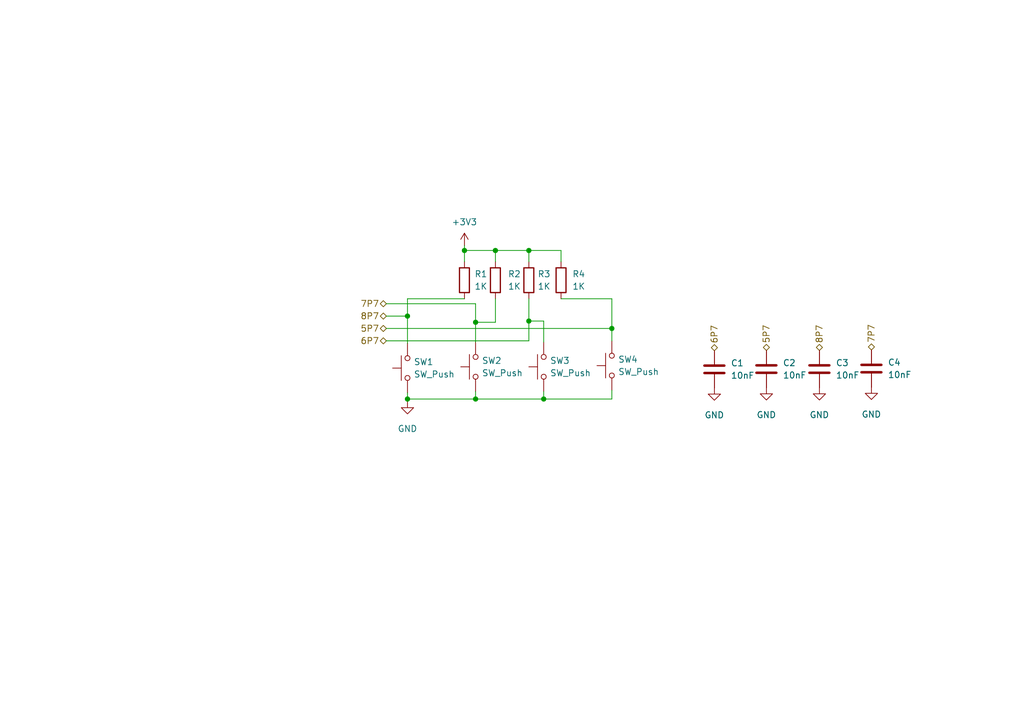
<source format=kicad_sch>
(kicad_sch (version 20230121) (generator eeschema)
  (paper "A5")
  (lib_symbols
    (symbol "Device:C" (pin_numbers hide) (pin_names (offset 0.254))
      (property "Reference" "C" (at 0.635 2.54 0))
      (property "Value" "C" (at 0.635 -2.54 0))
      (symbol "C_0_1"
        (polyline (pts (xy -2.032 -0.762) (xy 2.032 -0.762)) (stroke (width 0.508)))
        (polyline (pts (xy -2.032 0.762) (xy 2.032 0.762)) (stroke (width 0.508)))
      )
      (symbol "C_1_1"
        (pin passive line (at 0 3.81 270) (length 2.794) (name "~") (number "1"))
        (pin passive line (at 0 -3.81 90) (length 2.794) (name "~") (number "2"))
      )
    )
    (symbol "Device:R" (pin_numbers hide) (pin_names (offset 0))
      (property "Reference" "R" (at 2.032 0 90))
      (property "Value" "R" (at 0 0 90))
      (symbol "R_0_1"
        (rectangle (start -1.016 -2.54) (end 1.016 2.54) (stroke (width 0.254)))
      )
      (symbol "R_1_1"
        (pin passive line (at 0 3.81 270) (length 1.27) (name "~") (number "1"))
        (pin passive line (at 0 -3.81 90) (length 1.27) (name "~") (number "2"))
      )
    )
    (symbol "Switch:SW_Push" (pin_numbers hide) (pin_names (offset 1.016) hide)
      (property "Reference" "SW" (at 1.27 2.54 0))
      (property "Value" "SW_Push" (at 0 -1.524 0))
      (symbol "SW_Push_0_1"
        (circle (center -2.032 0) (radius 0.508))
        (polyline (pts (xy 0 1.27) (xy 0 3.048)))
        (polyline (pts (xy 2.54 1.27) (xy -2.54 1.27)))
        (circle (center 2.032 0) (radius 0.508))
        (pin passive line (at -5.08 0 0) (length 2.54) (name "1") (number "1"))
        (pin passive line (at 5.08 0 180) (length 2.54) (name "2") (number "2"))
      )
    )
    (symbol "power:+3V3" (power) (pin_names (offset 0))
      (property "Value" "+3V3" (at 0 3.556 0))
      (symbol "+3V3_0_1"
        (polyline (pts (xy -0.762 1.27) (xy 0 2.54)))
        (polyline (pts (xy 0 0) (xy 0 2.54)))
        (polyline (pts (xy 0 2.54) (xy 0.762 1.27)))
      )
      (symbol "+3V3_1_1"
        (pin power_in line (at 0 0 90) (length 0) hide (name "+3V3") (number "1"))
      )
    )
    (symbol "power:GND" (power) (pin_names (offset 0))
      (property "Value" "GND" (at 0 -3.81 0))
      (symbol "GND_0_1"
        (polyline (pts (xy 0 0) (xy 0 -1.27) (xy 1.27 -1.27) (xy 0 -2.54) (xy -1.27 -1.27) (xy 0 -1.27)))
      )
      (symbol "GND_1_1"
        (pin power_in line (at 0 0 270) (length 0) hide (name "GND") (number "1"))
      )
    )
  )
  (junction (at 83.566 64.8716))
  (junction (at 111.506 81.8896))
  (junction (at 95.25 51.4096))
  (junction (at 125.476 67.4116))
  (junction (at 83.566 81.8896))
  (junction (at 97.536 81.8896))
  (junction (at 97.536 66.1416))
  (junction (at 101.6 51.4096))
  (junction (at 108.458 51.4096))
  (junction (at 108.458 65.8876))
  (wire (pts (xy 115.062 51.4096) (xy 108.458 51.4096)))
  (wire (pts (xy 111.506 80.3656) (xy 111.506 81.8896)))
  (wire (pts (xy 125.476 81.8896) (xy 111.506 81.8896)))
  (wire (pts (xy 83.566 70.4596) (xy 83.566 64.8716)))
  (wire (pts (xy 97.536 81.8896) (xy 83.566 81.8896)))
  (wire (pts (xy 83.566 64.8716) (xy 83.566 61.3156)))
  (wire (pts (xy 83.566 81.8896) (xy 83.566 82.3976)))
  (wire (pts (xy 108.458 51.4096) (xy 101.6 51.4096)))
  (wire (pts (xy 115.062 61.3156) (xy 125.476 61.3156)))
  (wire (pts (xy 111.506 81.8896) (xy 97.536 81.8896)))
  (wire (pts (xy 125.476 80.1116) (xy 125.476 81.8896)))
  (wire (pts (xy 101.6 51.4096) (xy 101.6 53.6956)))
  (wire (pts (xy 101.6 51.4096) (xy 95.25 51.4096)))
  (wire (pts (xy 108.458 61.3156) (xy 108.458 65.8876)))
  (wire (pts (xy 108.458 65.8876) (xy 108.458 69.9516)))
  (wire (pts (xy 83.566 61.3156) (xy 95.25 61.3156)))
  (wire (pts (xy 79.248 64.8716) (xy 83.566 64.8716)))
  (wire (pts (xy 97.536 70.2056) (xy 97.536 66.1416)))
  (wire (pts (xy 108.458 65.8876) (xy 111.506 65.8876)))
  (wire (pts (xy 97.536 62.3316) (xy 97.536 66.1416)))
  (wire (pts (xy 95.25 51.4096) (xy 95.25 53.6956)))
  (wire (pts (xy 83.566 80.6196) (xy 83.566 81.8896)))
  (wire (pts (xy 101.6 66.1416) (xy 101.6 61.3156)))
  (wire (pts (xy 95.25 50.3936) (xy 95.25 51.4096)))
  (wire (pts (xy 108.458 51.4096) (xy 108.458 53.6956)))
  (wire (pts (xy 79.248 69.9516) (xy 108.458 69.9516)))
  (wire (pts (xy 97.536 80.3656) (xy 97.536 81.8896)))
  (wire (pts (xy 125.476 61.3156) (xy 125.476 67.4116)))
  (wire (pts (xy 79.248 62.3316) (xy 97.536 62.3316)))
  (wire (pts (xy 97.536 66.1416) (xy 101.6 66.1416)))
  (wire (pts (xy 115.062 53.6956) (xy 115.062 51.4096)))
  (wire (pts (xy 125.476 67.4116) (xy 125.476 69.9516)))
  (wire (pts (xy 111.506 65.8876) (xy 111.506 70.2056)))
  (wire (pts (xy 79.248 67.4116) (xy 125.476 67.4116)))
  (hierarchical_label "7P7" (shape bidirectional) (at 79.248 62.3316 180))
  (hierarchical_label "6P7" (shape bidirectional) (at 79.248 69.9516 180))
  (hierarchical_label "5P7" (shape bidirectional) (at 79.248 67.4116 180))
  (hierarchical_label "6P7" (shape bidirectional) (at 146.5072 71.9836 90))
  (hierarchical_label "8P7" (shape bidirectional) (at 168.0464 71.9328 90))
  (hierarchical_label "5P7" (shape bidirectional) (at 157.1752 71.9328 90))
  (hierarchical_label "7P7" (shape bidirectional) (at 178.7144 71.8312 90))
  (hierarchical_label "8P7" (shape bidirectional) (at 79.248 64.8716 180))
  (symbol (lib_id "power:GND") (at 178.7144 79.4512 0) (unit 1)
    (property "Reference" "#PWR025" (effects hide))
    (property "Value" "GND" (at 178.7144 85.0392 0))
    (instances (project "modulo del FPGA THT" (path "" (reference "#PWR025") (unit 1))) (project "mod. de exp. FPGA spartan 6 mimasV2" (path "" (reference "#PWR0113") (unit 1))))
  )
  (symbol (lib_id "Device:C") (at 146.5072 75.7936 0) (unit 1)
    (property "Reference" "C1" (at 149.86 74.5236 0) (effects (justify left)))
    (property "Value" "10nF" (at 149.86 77.0636 0) (effects (justify left)))
    (property "Footprint" "Capacitor_SMD:C_0805_2012Metric" (effects hide))
  )
  (symbol (lib_id "Switch:SW_Push") (at 83.566 75.5396 90) (unit 1)
    (property "Reference" "SW1" (at 84.836 74.2695 90) (effects (justify right)))
    (property "Value" "SW_Push" (at 84.836 76.8095 90) (effects (justify right)))
    (property "Footprint" "Button_Switch_THT:SW_PUSH_6mm" (effects hide))
    (instances (project "modulo del FPGA THT" (path "" (reference "SW1") (unit 1))) (project "mod. de exp. FPGA spartan 6 mimasV2" (path "" (reference "SW2") (unit 1))))
  )
  (symbol (lib_id "Device:R") (at 95.25 57.5056 0) (unit 1)
    (property "Reference" "R1" (at 97.282 56.2355 0) (effects (justify left)))
    (property "Value" "1K" (at 97.282 58.7755 0) (effects (justify left)))
    (property "Footprint" "Resistor_SMD:R_0805_2012Metric" (effects hide))
    (instances (project "modulo del FPGA THT" (path "" (reference "R1") (unit 1))) (project "mod. de exp. FPGA spartan 6 mimasV2" (path "" (reference "R25") (unit 1))))
  )
  (symbol (lib_id "Switch:SW_Push") (at 125.476 75.0316 90) (unit 1)
    (property "Reference" "SW4" (at 126.746 73.7615 90) (effects (justify right)))
    (property "Value" "SW_Push" (at 126.746 76.3015 90) (effects (justify right)))
    (property "Footprint" "Button_Switch_THT:SW_PUSH_6mm" (effects hide))
    (instances (project "modulo del FPGA THT" (path "" (reference "SW4") (unit 1))) (project "mod. de exp. FPGA spartan 6 mimasV2" (path "" (reference "SW5") (unit 1))))
  )
  (symbol (lib_id "Device:C") (at 168.0464 75.7428 0) (unit 1)
    (property "Reference" "C3" (at 171.3992 74.4728 0) (effects (justify left)))
    (property "Value" "10nF" (at 171.3992 77.0128 0) (effects (justify left)))
    (property "Footprint" "Capacitor_SMD:C_0805_2012Metric" (effects hide))
  )
  (symbol (lib_id "Device:R") (at 115.062 57.5056 0) (unit 1)
    (property "Reference" "R4" (at 117.348 56.2355 0) (effects (justify left)))
    (property "Value" "1K" (at 117.348 58.7755 0) (effects (justify left)))
    (property "Footprint" "Resistor_SMD:R_0805_2012Metric" (effects hide))
    (instances (project "modulo del FPGA THT" (path "" (reference "R4") (unit 1))) (project "mod. de exp. FPGA spartan 6 mimasV2" (path "" (reference "R28") (unit 1))))
  )
  (symbol (lib_id "Device:C") (at 157.1752 75.7428 0) (unit 1)
    (property "Reference" "C2" (at 160.528 74.4728 0) (effects (justify left)))
    (property "Value" "10nF" (at 160.528 77.0128 0) (effects (justify left)))
    (property "Footprint" "Capacitor_SMD:C_0805_2012Metric" (effects hide))
  )
  (symbol (lib_id "Device:R") (at 108.458 57.5056 0) (unit 1)
    (property "Reference" "R3" (at 110.236 56.2355 0) (effects (justify left)))
    (property "Value" "1K" (at 110.236 58.7755 0) (effects (justify left)))
    (property "Footprint" "Resistor_SMD:R_0805_2012Metric" (effects hide))
    (instances (project "modulo del FPGA THT" (path "" (reference "R3") (unit 1))) (project "mod. de exp. FPGA spartan 6 mimasV2" (path "" (reference "R27") (unit 1))))
  )
  (symbol (lib_id "Device:R") (at 101.6 57.5056 0) (unit 1)
    (property "Reference" "R2" (at 104.14 56.2355 0) (effects (justify left)))
    (property "Value" "1K" (at 104.14 58.7755 0) (effects (justify left)))
    (property "Footprint" "Resistor_SMD:R_0805_2012Metric" (effects hide))
    (instances (project "modulo del FPGA THT" (path "" (reference "R2") (unit 1))) (project "mod. de exp. FPGA spartan 6 mimasV2" (path "" (reference "R26") (unit 1))))
  )
  (symbol (lib_id "Switch:SW_Push") (at 111.506 75.2856 90) (unit 1)
    (property "Reference" "SW3" (at 112.776 74.0155 90) (effects (justify right)))
    (property "Value" "SW_Push" (at 112.776 76.5555 90) (effects (justify right)))
    (property "Footprint" "Button_Switch_THT:SW_PUSH_6mm" (effects hide))
    (instances (project "modulo del FPGA THT" (path "" (reference "SW3") (unit 1))) (project "mod. de exp. FPGA spartan 6 mimasV2" (path "" (reference "SW4") (unit 1))))
  )
  (symbol (lib_id "power:+3V3") (at 95.25 50.3936 0) (unit 1)
    (property "Reference" "#PWR010" (effects hide))
    (property "Value" "+3V3" (at 95.25 45.5676 0))
    (instances (project "modulo del FPGA THT" (path "" (reference "#PWR010") (unit 1))) (project "mod. de exp. FPGA spartan 6 mimasV2" (path "" (reference "#PWR0112") (unit 1))))
  )
  (symbol (lib_id "power:GND") (at 146.5072 79.6036 0) (unit 1)
    (property "Reference" "#PWR022" (effects hide))
    (property "Value" "GND" (at 146.5072 85.1916 0))
    (instances (project "modulo del FPGA THT" (path "" (reference "#PWR022") (unit 1))) (project "mod. de exp. FPGA spartan 6 mimasV2" (path "" (reference "#PWR0113") (unit 1))))
  )
  (symbol (lib_id "Switch:SW_Push") (at 97.536 75.2856 90) (unit 1)
    (property "Reference" "SW2" (at 98.806 74.0155 90) (effects (justify right)))
    (property "Value" "SW_Push" (at 98.806 76.5555 90) (effects (justify right)))
    (property "Footprint" "Button_Switch_THT:SW_PUSH_6mm" (effects hide))
    (instances (project "modulo del FPGA THT" (path "" (reference "SW2") (unit 1))) (project "mod. de exp. FPGA spartan 6 mimasV2" (path "" (reference "SW3") (unit 1))))
  )
  (symbol (lib_id "Device:C") (at 178.7144 75.6412 0) (unit 1)
    (property "Reference" "C4" (at 182.0672 74.3712 0) (effects (justify left)))
    (property "Value" "10nF" (at 182.0672 76.9112 0) (effects (justify left)))
    (property "Footprint" "Capacitor_SMD:C_0805_2012Metric" (effects hide))
  )
  (symbol (lib_id "power:GND") (at 157.1752 79.5528 0) (unit 1)
    (property "Reference" "#PWR023" (effects hide))
    (property "Value" "GND" (at 157.1752 85.1408 0))
    (instances (project "modulo del FPGA THT" (path "" (reference "#PWR023") (unit 1))) (project "mod. de exp. FPGA spartan 6 mimasV2" (path "" (reference "#PWR0113") (unit 1))))
  )
  (symbol (lib_id "power:GND") (at 83.566 82.3976 0) (unit 1)
    (property "Reference" "#PWR09" (effects hide))
    (property "Value" "GND" (at 83.566 87.9856 0))
    (instances (project "modulo del FPGA THT" (path "" (reference "#PWR09") (unit 1))) (project "mod. de exp. FPGA spartan 6 mimasV2" (path "" (reference "#PWR0113") (unit 1))))
  )
  (symbol (lib_id "power:GND") (at 168.0464 79.5528 0) (unit 1)
    (property "Reference" "#PWR024" (effects hide))
    (property "Value" "GND" (at 168.0464 85.1408 0))
    (instances (project "modulo del FPGA THT" (path "" (reference "#PWR024") (unit 1))) (project "mod. de exp. FPGA spartan 6 mimasV2" (path "" (reference "#PWR0113") (unit 1))))
  )
)
</source>
